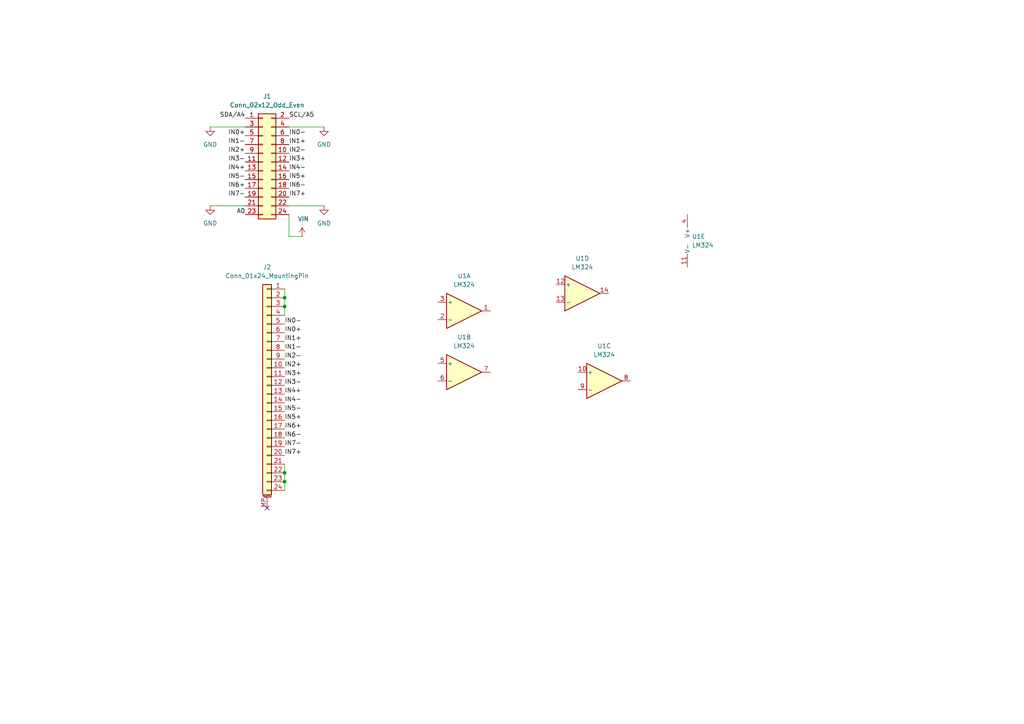
<source format=kicad_sch>
(kicad_sch (version 20231120) (generator "eeschema") (generator_version "8.0")
  (paper "A4")
  (lib_symbols
    (symbol "+5V_1" (power) (pin_numbers hide) (pin_names (offset 0) hide)
      (property "Value" "+5V" (at 0 3.556 0))
      (symbol "+5V_1_0_1"
        (polyline (pts (xy -0.762 1.27) (xy 0 2.54)))
        (polyline (pts (xy 0 0) (xy 0 2.54)))
        (polyline (pts (xy 0 2.54) (xy 0.762 1.27)))
      )
      (symbol "+5V_1_1_1"
        (pin power_in line (at 0 0 90) (length 0) (name "~") (number "1"))
      )
    )
    (symbol "Amplifier_Operational:LM324" (pin_names (offset 0.127))
      (property "Reference" "U" (at 0 5.08 0))
      (property "Value" "LM324" (at 0 -5.08 0))
      (symbol "LM324_1_1"
        (polyline (pts (xy -5.08 5.08) (xy 5.08 0) (xy -5.08 -5.08) (xy -5.08 5.08)) (stroke (width 0.254)) (fill (type background)))
        (pin output line (at 7.62 0 180) (length 2.54) (name "~") (number "1"))
        (pin input line (at -7.62 -2.54 0) (length 2.54) (name "-") (number "2"))
        (pin input line (at -7.62 2.54 0) (length 2.54) (name "+") (number "3"))
      )
      (symbol "LM324_2_1"
        (polyline (pts (xy -5.08 5.08) (xy 5.08 0) (xy -5.08 -5.08) (xy -5.08 5.08)) (stroke (width 0.254)) (fill (type background)))
        (pin input line (at -7.62 2.54 0) (length 2.54) (name "+") (number "5"))
        (pin input line (at -7.62 -2.54 0) (length 2.54) (name "-") (number "6"))
        (pin output line (at 7.62 0 180) (length 2.54) (name "~") (number "7"))
      )
      (symbol "LM324_3_1"
        (polyline (pts (xy -5.08 5.08) (xy 5.08 0) (xy -5.08 -5.08) (xy -5.08 5.08)) (stroke (width 0.254)) (fill (type background)))
        (pin input line (at -7.62 2.54 0) (length 2.54) (name "+") (number "10"))
        (pin output line (at 7.62 0 180) (length 2.54) (name "~") (number "8"))
        (pin input line (at -7.62 -2.54 0) (length 2.54) (name "-") (number "9"))
      )
      (symbol "LM324_4_1"
        (polyline (pts (xy -5.08 5.08) (xy 5.08 0) (xy -5.08 -5.08) (xy -5.08 5.08)) (stroke (width 0.254)) (fill (type background)))
        (pin input line (at -7.62 2.54 0) (length 2.54) (name "+") (number "12"))
        (pin input line (at -7.62 -2.54 0) (length 2.54) (name "-") (number "13"))
        (pin output line (at 7.62 0 180) (length 2.54) (name "~") (number "14"))
      )
      (symbol "LM324_5_1"
        (pin power_in line (at -2.54 -7.62 90) (length 3.81) (name "V-") (number "11"))
        (pin power_in line (at -2.54 7.62 270) (length 3.81) (name "V+") (number "4"))
      )
    )
    (symbol "Connector_Generic:Conn_02x12_Odd_Even" (pin_names (offset 1.016) hide)
      (property "Reference" "J" (at 1.27 15.24 0))
      (property "Value" "Conn_02x12_Odd_Even" (at 1.27 -17.78 0))
      (symbol "Conn_02x12_Odd_Even_1_1"
        (rectangle (start -1.27 -15.113) (end 0 -15.367) (stroke (width 0.1524)))
        (rectangle (start -1.27 -12.573) (end 0 -12.827) (stroke (width 0.1524)))
        (rectangle (start -1.27 -10.033) (end 0 -10.287) (stroke (width 0.1524)))
        (rectangle (start -1.27 -7.493) (end 0 -7.747) (stroke (width 0.1524)))
        (rectangle (start -1.27 -4.953) (end 0 -5.207) (stroke (width 0.1524)))
        (rectangle (start -1.27 -2.413) (end 0 -2.667) (stroke (width 0.1524)))
        (rectangle (start -1.27 0.127) (end 0 -0.127) (stroke (width 0.1524)))
        (rectangle (start -1.27 2.667) (end 0 2.413) (stroke (width 0.1524)))
        (rectangle (start -1.27 5.207) (end 0 4.953) (stroke (width 0.1524)))
        (rectangle (start -1.27 7.747) (end 0 7.493) (stroke (width 0.1524)))
        (rectangle (start -1.27 10.287) (end 0 10.033) (stroke (width 0.1524)))
        (rectangle (start -1.27 12.827) (end 0 12.573) (stroke (width 0.1524)))
        (rectangle (start -1.27 13.97) (end 3.81 -16.51) (stroke (width 0.254)) (fill (type background)))
        (rectangle (start 3.81 -15.113) (end 2.54 -15.367) (stroke (width 0.1524)))
        (rectangle (start 3.81 -12.573) (end 2.54 -12.827) (stroke (width 0.1524)))
        (rectangle (start 3.81 -10.033) (end 2.54 -10.287) (stroke (width 0.1524)))
        (rectangle (start 3.81 -7.493) (end 2.54 -7.747) (stroke (width 0.1524)))
        (rectangle (start 3.81 -4.953) (end 2.54 -5.207) (stroke (width 0.1524)))
        (rectangle (start 3.81 -2.413) (end 2.54 -2.667) (stroke (width 0.1524)))
        (rectangle (start 3.81 0.127) (end 2.54 -0.127) (stroke (width 0.1524)))
        (rectangle (start 3.81 2.667) (end 2.54 2.413) (stroke (width 0.1524)))
        (rectangle (start 3.81 5.207) (end 2.54 4.953) (stroke (width 0.1524)))
        (rectangle (start 3.81 7.747) (end 2.54 7.493) (stroke (width 0.1524)))
        (rectangle (start 3.81 10.287) (end 2.54 10.033) (stroke (width 0.1524)))
        (rectangle (start 3.81 12.827) (end 2.54 12.573) (stroke (width 0.1524)))
        (pin passive line (at -5.08 12.7 0) (length 3.81) (name "Pin_1") (number "1"))
        (pin passive line (at 7.62 2.54 180) (length 3.81) (name "Pin_10") (number "10"))
        (pin passive line (at -5.08 0 0) (length 3.81) (name "Pin_11") (number "11"))
        (pin passive line (at 7.62 0 180) (length 3.81) (name "Pin_12") (number "12"))
        (pin passive line (at -5.08 -2.54 0) (length 3.81) (name "Pin_13") (number "13"))
        (pin passive line (at 7.62 -2.54 180) (length 3.81) (name "Pin_14") (number "14"))
        (pin passive line (at -5.08 -5.08 0) (length 3.81) (name "Pin_15") (number "15"))
        (pin passive line (at 7.62 -5.08 180) (length 3.81) (name "Pin_16") (number "16"))
        (pin passive line (at -5.08 -7.62 0) (length 3.81) (name "Pin_17") (number "17"))
        (pin passive line (at 7.62 -7.62 180) (length 3.81) (name "Pin_18") (number "18"))
        (pin passive line (at -5.08 -10.16 0) (length 3.81) (name "Pin_19") (number "19"))
        (pin passive line (at 7.62 12.7 180) (length 3.81) (name "Pin_2") (number "2"))
        (pin passive line (at 7.62 -10.16 180) (length 3.81) (name "Pin_20") (number "20"))
        (pin passive line (at -5.08 -12.7 0) (length 3.81) (name "Pin_21") (number "21"))
        (pin passive line (at 7.62 -12.7 180) (length 3.81) (name "Pin_22") (number "22"))
        (pin passive line (at -5.08 -15.24 0) (length 3.81) (name "Pin_23") (number "23"))
        (pin passive line (at 7.62 -15.24 180) (length 3.81) (name "Pin_24") (number "24"))
        (pin passive line (at -5.08 10.16 0) (length 3.81) (name "Pin_3") (number "3"))
        (pin passive line (at 7.62 10.16 180) (length 3.81) (name "Pin_4") (number "4"))
        (pin passive line (at -5.08 7.62 0) (length 3.81) (name "Pin_5") (number "5"))
        (pin passive line (at 7.62 7.62 180) (length 3.81) (name "Pin_6") (number "6"))
        (pin passive line (at -5.08 5.08 0) (length 3.81) (name "Pin_7") (number "7"))
        (pin passive line (at 7.62 5.08 180) (length 3.81) (name "Pin_8") (number "8"))
        (pin passive line (at -5.08 2.54 0) (length 3.81) (name "Pin_9") (number "9"))
      )
    )
    (symbol "Connector_Generic_MountingPin:Conn_01x24_MountingPin" (pin_names (offset 1.016) hide)
      (property "Reference" "J" (at 0 30.48 0))
      (property "Value" "Conn_01x24_MountingPin" (at 1.27 -33.02 0))
      (symbol "Conn_01x24_MountingPin_1_1"
        (rectangle (start -1.27 -30.353) (end 0 -30.607) (stroke (width 0.1524)))
        (rectangle (start -1.27 -27.813) (end 0 -28.067) (stroke (width 0.1524)))
        (rectangle (start -1.27 -25.273) (end 0 -25.527) (stroke (width 0.1524)))
        (rectangle (start -1.27 -22.733) (end 0 -22.987) (stroke (width 0.1524)))
        (rectangle (start -1.27 -20.193) (end 0 -20.447) (stroke (width 0.1524)))
        (rectangle (start -1.27 -17.653) (end 0 -17.907) (stroke (width 0.1524)))
        (rectangle (start -1.27 -15.113) (end 0 -15.367) (stroke (width 0.1524)))
        (rectangle (start -1.27 -12.573) (end 0 -12.827) (stroke (width 0.1524)))
        (rectangle (start -1.27 -10.033) (end 0 -10.287) (stroke (width 0.1524)))
        (rectangle (start -1.27 -7.493) (end 0 -7.747) (stroke (width 0.1524)))
        (rectangle (start -1.27 -4.953) (end 0 -5.207) (stroke (width 0.1524)))
        (rectangle (start -1.27 -2.413) (end 0 -2.667) (stroke (width 0.1524)))
        (rectangle (start -1.27 0.127) (end 0 -0.127) (stroke (width 0.1524)))
        (rectangle (start -1.27 2.667) (end 0 2.413) (stroke (width 0.1524)))
        (rectangle (start -1.27 5.207) (end 0 4.953) (stroke (width 0.1524)))
        (rectangle (start -1.27 7.747) (end 0 7.493) (stroke (width 0.1524)))
        (rectangle (start -1.27 10.287) (end 0 10.033) (stroke (width 0.1524)))
        (rectangle (start -1.27 12.827) (end 0 12.573) (stroke (width 0.1524)))
        (rectangle (start -1.27 15.367) (end 0 15.113) (stroke (width 0.1524)))
        (rectangle (start -1.27 17.907) (end 0 17.653) (stroke (width 0.1524)))
        (rectangle (start -1.27 20.447) (end 0 20.193) (stroke (width 0.1524)))
        (rectangle (start -1.27 22.987) (end 0 22.733) (stroke (width 0.1524)))
        (rectangle (start -1.27 25.527) (end 0 25.273) (stroke (width 0.1524)))
        (rectangle (start -1.27 28.067) (end 0 27.813) (stroke (width 0.1524)))
        (rectangle (start -1.27 29.21) (end 1.27 -31.75) (stroke (width 0.254)) (fill (type background)))
        (polyline (pts (xy -1.016 -32.512) (xy 1.016 -32.512)) (stroke (width 0.1524)))
        (text "Mounting" (at 0 -32.131 0) (effects (font (size 0.381 0.381))))
        (pin passive line (at -5.08 27.94 0) (length 3.81) (name "Pin_1") (number "1"))
        (pin passive line (at -5.08 5.08 0) (length 3.81) (name "Pin_10") (number "10"))
        (pin passive line (at -5.08 2.54 0) (length 3.81) (name "Pin_11") (number "11"))
        (pin passive line (at -5.08 0 0) (length 3.81) (name "Pin_12") (number "12"))
        (pin passive line (at -5.08 -2.54 0) (length 3.81) (name "Pin_13") (number "13"))
        (pin passive line (at -5.08 -5.08 0) (length 3.81) (name "Pin_14") (number "14"))
        (pin passive line (at -5.08 -7.62 0) (length 3.81) (name "Pin_15") (number "15"))
        (pin passive line (at -5.08 -10.16 0) (length 3.81) (name "Pin_16") (number "16"))
        (pin passive line (at -5.08 -12.7 0) (length 3.81) (name "Pin_17") (number "17"))
        (pin passive line (at -5.08 -15.24 0) (length 3.81) (name "Pin_18") (number "18"))
        (pin passive line (at -5.08 -17.78 0) (length 3.81) (name "Pin_19") (number "19"))
        (pin passive line (at -5.08 25.4 0) (length 3.81) (name "Pin_2") (number "2"))
        (pin passive line (at -5.08 -20.32 0) (length 3.81) (name "Pin_20") (number "20"))
        (pin passive line (at -5.08 -22.86 0) (length 3.81) (name "Pin_21") (number "21"))
        (pin passive line (at -5.08 -25.4 0) (length 3.81) (name "Pin_22") (number "22"))
        (pin passive line (at -5.08 -27.94 0) (length 3.81) (name "Pin_23") (number "23"))
        (pin passive line (at -5.08 -30.48 0) (length 3.81) (name "Pin_24") (number "24"))
        (pin passive line (at -5.08 22.86 0) (length 3.81) (name "Pin_3") (number "3"))
        (pin passive line (at -5.08 20.32 0) (length 3.81) (name "Pin_4") (number "4"))
        (pin passive line (at -5.08 17.78 0) (length 3.81) (name "Pin_5") (number "5"))
        (pin passive line (at -5.08 15.24 0) (length 3.81) (name "Pin_6") (number "6"))
        (pin passive line (at -5.08 12.7 0) (length 3.81) (name "Pin_7") (number "7"))
        (pin passive line (at -5.08 10.16 0) (length 3.81) (name "Pin_8") (number "8"))
        (pin passive line (at -5.08 7.62 0) (length 3.81) (name "Pin_9") (number "9"))
        (pin passive line (at 0 -35.56 90) (length 3.048) (name "MountPin") (number "MP"))
      )
    )
    (symbol "GND_1" (power) (pin_numbers hide) (pin_names (offset 0) hide)
      (property "Value" "GND" (at 0 -3.81 0))
      (symbol "GND_1_0_1"
        (polyline (pts (xy 0 0) (xy 0 -1.27) (xy 1.27 -1.27) (xy 0 -2.54) (xy -1.27 -1.27) (xy 0 -1.27)))
      )
      (symbol "GND_1_1_1"
        (pin power_in line (at 0 0 270) (length 0) (name "~") (number "1"))
      )
    )
  )
  (junction (at 82.55 88.9))
  (junction (at 82.55 86.36))
  (junction (at 82.55 137.16))
  (junction (at 82.55 139.7))
  (no_connect (at 77.47 147.32))
  (wire (pts (xy 82.55 142.24) (xy 82.55 139.7)))
  (wire (pts (xy 83.82 59.69) (xy 93.98 59.69)))
  (wire (pts (xy 82.55 88.9) (xy 82.55 91.44)))
  (wire (pts (xy 82.55 139.7) (xy 82.55 137.16)))
  (wire (pts (xy 83.82 68.58) (xy 83.82 62.23)))
  (wire (pts (xy 82.55 83.82) (xy 82.55 86.36)))
  (wire (pts (xy 82.55 86.36) (xy 82.55 88.9)))
  (wire (pts (xy 71.12 36.83) (xy 60.96 36.83)))
  (wire (pts (xy 87.63 68.58) (xy 83.82 68.58)))
  (wire (pts (xy 71.12 59.69) (xy 60.96 59.69)))
  (wire (pts (xy 83.82 36.83) (xy 93.98 36.83)))
  (wire (pts (xy 82.55 137.16) (xy 82.55 134.62)))
  (label "IN0-" (at 83.82 39.37 0))
  (label "IN7+" (at 82.55 132.08 0))
  (label "IN0+" (at 82.55 96.52 0))
  (label "IN4-" (at 83.82 49.53 0))
  (label "IN7-" (at 71.12 57.15 180))
  (label "A0" (at 71.12 62.23 180))
  (label "IN3+" (at 83.82 46.99 0))
  (label "IN0+" (at 71.12 39.37 180))
  (label "IN5+" (at 83.82 52.07 0))
  (label "IN7-" (at 82.55 129.54 0))
  (label "IN2+" (at 82.55 106.68 0))
  (label "IN7+" (at 83.82 57.15 0))
  (label "IN4+" (at 71.12 49.53 180))
  (label "IN4+" (at 82.55 114.3 0))
  (label "IN2+" (at 71.12 44.45 180))
  (label "IN6+" (at 71.12 54.61 180))
  (label "IN3-" (at 71.12 46.99 180))
  (label "IN5-" (at 71.12 52.07 180))
  (label "IN4-" (at 82.55 116.84 0))
  (label "IN6-" (at 82.55 127 0))
  (label "SDA{slash}A4" (at 71.12 34.29 180))
  (label "IN6+" (at 82.55 124.46 0))
  (label "IN2-" (at 82.55 104.14 0))
  (label "IN1+" (at 83.82 41.91 0))
  (label "IN5+" (at 82.55 121.92 0))
  (label "IN0-" (at 82.55 93.98 0))
  (label "IN2-" (at 83.82 44.45 0))
  (label "SCL{slash}A5" (at 83.82 34.29 0))
  (label "IN6-" (at 83.82 54.61 0))
  (label "IN3+" (at 82.55 109.22 0))
  (label "IN1+" (at 82.55 99.06 0))
  (label "IN1-" (at 82.55 101.6 0))
  (label "IN3-" (at 82.55 111.76 0))
  (label "IN5-" (at 82.55 119.38 0))
  (label "IN1-" (at 71.12 41.91 180))
  (symbol (lib_id "Amplifier_Operational:LM324") (at 134.62 90.17 0) (unit 1)
    (property "Reference" "U1" (at 134.62 80.01 0))
    (property "Value" "LM324" (at 134.62 82.55 0))
    (property "Footprint" "Package_SO:SOIC-14_3.9x8.7mm_P1.27mm" (effects (hide yes)))
    (property "Datasheet" "http://www.ti.com/lit/ds/symlink/lm2902-n.pdf" (effects (hide yes)))
    (property "Description" "Low-Power, Quad-Operational Amplifiers, DIP-14/SOIC-14/SSOP-14" (effects (hide yes)))
  )
  (symbol (lib_name "GND_1") (lib_id "power:GND") (at 60.96 59.69 0) (mirror y) (unit 1)
    (property "Reference" "#PWR03" (effects (hide yes)))
    (property "Value" "GND" (at 60.96 64.77 0))
    (property "Description" "Power symbol creates a global label with name \"GND\" , ground" (effects (hide yes)))
  )
  (symbol (lib_name "GND_1") (lib_id "power:GND") (at 93.98 36.83 0) (unit 1)
    (property "Reference" "#PWR02" (effects (hide yes)))
    (property "Value" "GND" (at 93.98 41.91 0))
    (property "Description" "Power symbol creates a global label with name \"GND\" , ground" (effects (hide yes)))
  )
  (symbol (lib_name "GND_1") (lib_id "power:GND") (at 93.98 59.69 0) (unit 1)
    (property "Reference" "#PWR04" (effects (hide yes)))
    (property "Value" "GND" (at 93.98 64.77 0))
    (property "Description" "Power symbol creates a global label with name \"GND\" , ground" (effects (hide yes)))
  )
  (symbol (lib_id "Connector_Generic_MountingPin:Conn_01x24_MountingPin") (at 77.47 111.76 0) (mirror y) (unit 1)
    (property "Reference" "J2" (at 77.47 77.47 0))
    (property "Value" "Conn_01x24_MountingPin" (at 77.47 80.01 0))
    (property "Footprint" "hlord2000-Connector_FFC-FPC:0.5K-AS-24PWB_1x24-1MP_P0.5mm_Horizontal" (effects (hide yes)))
    (property "Description" "Generic connectable mounting pin connector, single row, 01x24, script generated (kicad-library-utils/schlib/autogen/connector/)" (effects (hide yes)))
  )
  (symbol (lib_name "+5V_1") (lib_id "power:+5V") (at 87.63 68.58 0) (unit 1)
    (property "Reference" "#PWR05" (effects (hide yes)))
    (property "Value" "VIN" (at 86.36 63.5 0) (effects (justify left)))
    (property "Description" "Power symbol creates a global label with name \"+5V\"" (effects (hide yes)))
  )
  (symbol (lib_id "Connector_Generic:Conn_02x12_Odd_Even") (at 76.2 46.99 0) (unit 1)
    (property "Reference" "J1" (at 77.47 27.94 0))
    (property "Value" "Conn_02x12_Odd_Even" (at 77.47 30.48 0))
    (property "Footprint" "Connector_PinHeader_2.54mm:PinHeader_2x12_P2.54mm_Horizontal" (effects (hide yes)))
    (property "Description" "Generic connector, double row, 02x12, odd/even pin numbering scheme (row 1 odd numbers, row 2 even numbers), script generated (kicad-library-utils/schlib/autogen/connector/)" (effects (hide yes)))
    (property "LCSC" "C5383094" (effects (hide yes)))
  )
  (symbol (lib_name "GND_1") (lib_id "power:GND") (at 60.96 36.83 0) (mirror y) (unit 1)
    (property "Reference" "#PWR01" (effects (hide yes)))
    (property "Value" "GND" (at 60.96 41.91 0))
    (property "Description" "Power symbol creates a global label with name \"GND\" , ground" (effects (hide yes)))
  )
  (symbol (lib_id "Amplifier_Operational:LM324") (at 134.62 107.95 0) (unit 2)
    (property "Reference" "U1" (at 134.62 97.79 0))
    (property "Value" "LM324" (at 134.62 100.33 0))
    (property "Footprint" "Package_SO:SOIC-14_3.9x8.7mm_P1.27mm" (effects (hide yes)))
    (property "Datasheet" "http://www.ti.com/lit/ds/symlink/lm2902-n.pdf" (effects (hide yes)))
    (property "Description" "Low-Power, Quad-Operational Amplifiers, DIP-14/SOIC-14/SSOP-14" (effects (hide yes)))
  )
  (symbol (lib_id "Amplifier_Operational:LM324") (at 201.93 69.85 0) (unit 5)
    (property "Reference" "U1" (at 200.66 68.5799 0) (effects (justify left)))
    (property "Value" "LM324" (at 200.66 71.1199 0) (effects (justify left)))
    (property "Footprint" "Package_SO:SOIC-14_3.9x8.7mm_P1.27mm" (effects (hide yes)))
    (property "Datasheet" "http://www.ti.com/lit/ds/symlink/lm2902-n.pdf" (effects (hide yes)))
    (property "Description" "Low-Power, Quad-Operational Amplifiers, DIP-14/SOIC-14/SSOP-14" (effects (hide yes)))
  )
  (symbol (lib_id "Amplifier_Operational:LM324") (at 175.26 110.49 0) (unit 3)
    (property "Reference" "U1" (at 175.26 100.33 0))
    (property "Value" "LM324" (at 175.26 102.87 0))
    (property "Footprint" "Package_SO:SOIC-14_3.9x8.7mm_P1.27mm" (effects (hide yes)))
    (property "Datasheet" "http://www.ti.com/lit/ds/symlink/lm2902-n.pdf" (effects (hide yes)))
    (property "Description" "Low-Power, Quad-Operational Amplifiers, DIP-14/SOIC-14/SSOP-14" (effects (hide yes)))
  )
  (symbol (lib_id "Amplifier_Operational:LM324") (at 168.91 85.09 0) (unit 4)
    (property "Reference" "U1" (at 168.91 74.93 0))
    (property "Value" "LM324" (at 168.91 77.47 0))
    (property "Footprint" "Package_SO:SOIC-14_3.9x8.7mm_P1.27mm" (effects (hide yes)))
    (property "Datasheet" "http://www.ti.com/lit/ds/symlink/lm2902-n.pdf" (effects (hide yes)))
    (property "Description" "Low-Power, Quad-Operational Amplifiers, DIP-14/SOIC-14/SSOP-14" (effects (hide yes)))
  )
)
</source>
